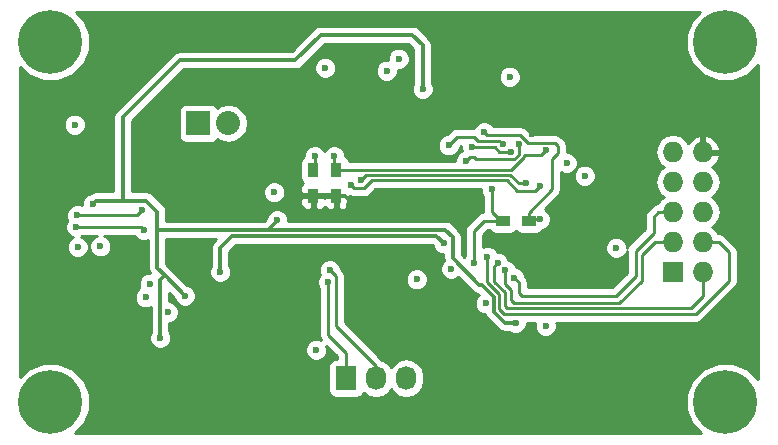
<source format=gbl>
G04 #@! TF.FileFunction,Copper,L2,Bot,Signal*
%FSLAX46Y46*%
G04 Gerber Fmt 4.6, Leading zero omitted, Abs format (unit mm)*
G04 Created by KiCad (PCBNEW 4.0.2-stable) date 7/3/2016 12:03:50 AM*
%MOMM*%
G01*
G04 APERTURE LIST*
%ADD10C,0.100000*%
%ADD11R,1.727200X1.727200*%
%ADD12O,1.727200X1.727200*%
%ADD13R,0.900000X1.200000*%
%ADD14R,1.200000X0.900000*%
%ADD15R,2.032000X2.032000*%
%ADD16O,2.032000X2.032000*%
%ADD17R,1.727200X2.032000*%
%ADD18O,1.727200X2.032000*%
%ADD19C,5.400000*%
%ADD20C,0.600000*%
%ADD21C,0.300000*%
%ADD22C,0.250000*%
%ADD23C,0.254000*%
G04 APERTURE END LIST*
D10*
D11*
X103705000Y-78000000D03*
D12*
X106245000Y-78000000D03*
X103705000Y-75460000D03*
X106245000Y-75460000D03*
X103705000Y-72920000D03*
X106245000Y-72920000D03*
X103705000Y-70380000D03*
X106245000Y-70380000D03*
X103705000Y-67840000D03*
X106245000Y-67840000D03*
D13*
X75192100Y-71526200D03*
X75192100Y-69326200D03*
X73249000Y-71526200D03*
X73249000Y-69326200D03*
D14*
X89294000Y-73652000D03*
X91494000Y-73652000D03*
D15*
X63520800Y-65409700D03*
D16*
X66060800Y-65409700D03*
D17*
X76043000Y-86987000D03*
D18*
X78583000Y-86987000D03*
X81123000Y-86987000D03*
D19*
X51000000Y-89000000D03*
X51000000Y-58520000D03*
X108150000Y-58520000D03*
X108150000Y-89000000D03*
D20*
X90394000Y-82288000D03*
X70201000Y-73590600D03*
X82520000Y-62476000D03*
X60295000Y-83558000D03*
X54580000Y-72255000D03*
X62404000Y-80002000D03*
X55219900Y-75811000D03*
X53310000Y-75876500D03*
X88362000Y-70985000D03*
X86838000Y-77208000D03*
X92934000Y-82542000D03*
X87854000Y-80637000D03*
X84933000Y-77716000D03*
X89886000Y-61460000D03*
X80488000Y-59936000D03*
X94712000Y-68755300D03*
X98903000Y-75938000D03*
X73503000Y-84574000D03*
X96236000Y-69842000D03*
X79472000Y-60952000D03*
X74265000Y-60698000D03*
X69947000Y-71239000D03*
X82012000Y-78605000D03*
X60930000Y-81399000D03*
X59406000Y-78986000D03*
X59061000Y-80129000D03*
X53056000Y-65505000D03*
X88108000Y-61587000D03*
X91791000Y-66286000D03*
X76297000Y-72382000D03*
X95220000Y-73012600D03*
X81885000Y-82796000D03*
X92426000Y-77589000D03*
X84298000Y-75557000D03*
X65375000Y-77984000D03*
X74519000Y-78859000D03*
X74646000Y-77843000D03*
X84714385Y-67261512D03*
X89315100Y-67175000D03*
X86711000Y-67419010D03*
X89965100Y-67810000D03*
X90648000Y-67175000D03*
X86203000Y-68572000D03*
X90267000Y-78478000D03*
X89505000Y-77843000D03*
X88870000Y-77208000D03*
X87981000Y-76686300D03*
X92426000Y-73525000D03*
X87727000Y-66159000D03*
X75027000Y-68191000D03*
X92934000Y-67683000D03*
X76424000Y-70604000D03*
X73376000Y-68191000D03*
X92426000Y-70731000D03*
X77313000Y-70223000D03*
X91283000Y-70477000D03*
X58771000Y-72763000D03*
X53288600Y-73165400D03*
X58898000Y-74414000D03*
X53183000Y-74160000D03*
D21*
X69439000Y-74414000D02*
X84425000Y-74414000D01*
X84425000Y-74414000D02*
X85060000Y-75049000D01*
X87288755Y-79055755D02*
X87505990Y-79055755D01*
X85060000Y-75049000D02*
X85060000Y-76827000D01*
X85060000Y-76827000D02*
X87288755Y-79055755D01*
X88521990Y-80071754D02*
X88521990Y-81341755D01*
X87505990Y-79055755D02*
X88521990Y-80071754D01*
X88521990Y-81341755D02*
X89468235Y-82288000D01*
X89468235Y-82288000D02*
X90394000Y-82288000D01*
X69439000Y-74414000D02*
X70201000Y-73652000D01*
X70201000Y-73652000D02*
X70201000Y-73590600D01*
X60041000Y-74414000D02*
X60041000Y-77639000D01*
X60041000Y-72890000D02*
X60041000Y-74414000D01*
X60041000Y-74414000D02*
X69439000Y-74414000D01*
X82520000Y-58793000D02*
X82520000Y-62476000D01*
X81631000Y-57904000D02*
X82520000Y-58793000D01*
X73884000Y-57904000D02*
X81631000Y-57904000D01*
X71740001Y-60047999D02*
X73884000Y-57904000D01*
X57120000Y-64889000D02*
X61961001Y-60047999D01*
X61961001Y-60047999D02*
X71740001Y-60047999D01*
X57120000Y-71955001D02*
X59106001Y-71955001D01*
X54879999Y-71955001D02*
X57120000Y-71955001D01*
X57120000Y-71955001D02*
X57120000Y-64889000D01*
X60041000Y-77639000D02*
X60676000Y-78274000D01*
X60676000Y-78274000D02*
X62404000Y-80002000D01*
X60295000Y-83558000D02*
X60295000Y-81726002D01*
X60295000Y-81726002D02*
X60279999Y-81711001D01*
X60279999Y-81711001D02*
X60279999Y-78670001D01*
X60279999Y-78670001D02*
X60676000Y-78274000D01*
X59106001Y-71955001D02*
X60041000Y-72890000D01*
X54580000Y-72255000D02*
X54879999Y-71955001D01*
D22*
X88362000Y-70985000D02*
X88362000Y-72870000D01*
X88362000Y-72870000D02*
X89144000Y-73652000D01*
X89144000Y-73652000D02*
X89294000Y-73652000D01*
X86838000Y-74541000D02*
X86838000Y-77208000D01*
X87727000Y-73652000D02*
X86838000Y-74541000D01*
X89294000Y-73652000D02*
X87727000Y-73652000D01*
D21*
X91791000Y-66286000D02*
X88108000Y-62603000D01*
X88108000Y-62603000D02*
X88108000Y-62349000D01*
X88108000Y-62349000D02*
X88108000Y-61587000D01*
X76297000Y-71881100D02*
X76297000Y-72382000D01*
X75192100Y-71526200D02*
X75942100Y-71526200D01*
X75942100Y-71526200D02*
X76297000Y-71881100D01*
X73249000Y-71526200D02*
X75192100Y-71526200D01*
X83655010Y-74914010D02*
X84298000Y-75557000D01*
X83282000Y-74914010D02*
X83655010Y-74914010D01*
X82131010Y-74914010D02*
X83282000Y-74914010D01*
X71224990Y-74914010D02*
X82131010Y-74914010D01*
X70963000Y-74922000D02*
X71217000Y-74922000D01*
X71217000Y-74922000D02*
X71224990Y-74914010D01*
X66383010Y-74922000D02*
X70963000Y-74922000D01*
X65375000Y-75930010D02*
X66383010Y-74922000D01*
X65375000Y-77984000D02*
X65375000Y-75930010D01*
D22*
X74519000Y-83304000D02*
X76043000Y-84828000D01*
X76043000Y-84828000D02*
X76043000Y-86987000D01*
X74519000Y-78859000D02*
X74519000Y-83304000D01*
X75144001Y-78341001D02*
X75144001Y-79367000D01*
X75144001Y-79367000D02*
X75144001Y-79484001D01*
X78583000Y-85971000D02*
X75144001Y-82532001D01*
X75144001Y-82532001D02*
X75144001Y-79367000D01*
X78583000Y-86987000D02*
X78583000Y-85971000D01*
X74646000Y-77843000D02*
X75144001Y-78341001D01*
X89315100Y-67175000D02*
X89003109Y-66863009D01*
X89003109Y-66863009D02*
X87161009Y-66863009D01*
X87161009Y-66863009D02*
X86838000Y-66540000D01*
X86838000Y-66540000D02*
X85435897Y-66540000D01*
X85435897Y-66540000D02*
X84714385Y-67261512D01*
X88606010Y-67419010D02*
X88997000Y-67810000D01*
X88997000Y-67810000D02*
X89965100Y-67810000D01*
X86711000Y-67419010D02*
X88606010Y-67419010D01*
X90648000Y-68064000D02*
X90648000Y-67175000D01*
X90276999Y-68435001D02*
X90648000Y-68064000D01*
X86883999Y-68272001D02*
X87046999Y-68435001D01*
X87046999Y-68435001D02*
X90276999Y-68435001D01*
X86203000Y-68572000D02*
X86502999Y-68272001D01*
X86502999Y-68272001D02*
X86883999Y-68272001D01*
X103705000Y-72920000D02*
X102483686Y-72920000D01*
X98903000Y-80002000D02*
X90902000Y-80002000D01*
X102483686Y-72920000D02*
X102078000Y-73325686D01*
X102078000Y-73325686D02*
X102078000Y-74668000D01*
X102078000Y-74668000D02*
X100554000Y-76192000D01*
X100554000Y-76192000D02*
X100554000Y-78351000D01*
X100554000Y-78351000D02*
X98903000Y-80002000D01*
X90902000Y-80002000D02*
X90648000Y-79748000D01*
X90648000Y-79748000D02*
X90648000Y-78859000D01*
X90648000Y-78859000D02*
X90267000Y-78478000D01*
X103705000Y-75460000D02*
X102175000Y-75460000D01*
X102175000Y-75460000D02*
X101062000Y-76573000D01*
X90013000Y-80383000D02*
X90013000Y-79494000D01*
X101062000Y-76573000D02*
X101062000Y-78732000D01*
X101062000Y-78732000D02*
X99168020Y-80625980D01*
X99168020Y-80625980D02*
X90255980Y-80625980D01*
X90255980Y-80625980D02*
X90013000Y-80383000D01*
X90013000Y-79494000D02*
X89505000Y-78986000D01*
X89505000Y-78986000D02*
X89505000Y-77843000D01*
X106245000Y-80026000D02*
X106245000Y-78000000D01*
X88870000Y-77208000D02*
X88570001Y-77507999D01*
X88570001Y-77507999D02*
X88570001Y-78811591D01*
X88570001Y-78811591D02*
X89447010Y-79688600D01*
X89447010Y-79688600D02*
X89447010Y-80833010D01*
X89447010Y-80833010D02*
X89689990Y-81075990D01*
X89689990Y-81075990D02*
X105195010Y-81075990D01*
X105195010Y-81075990D02*
X106245000Y-80026000D01*
X107569000Y-75460000D02*
X106245000Y-75460000D01*
X108428000Y-78732000D02*
X108428000Y-76319000D01*
X108428000Y-76319000D02*
X107569000Y-75460000D01*
X105634000Y-81526000D02*
X108428000Y-78732000D01*
X87981000Y-76686300D02*
X87981000Y-78859000D01*
X87981000Y-78859000D02*
X88997000Y-79875000D01*
X88997000Y-79875000D02*
X88997000Y-81145000D01*
X88997000Y-81145000D02*
X89378000Y-81526000D01*
X89378000Y-81526000D02*
X105634000Y-81526000D01*
X92426000Y-73525000D02*
X91621000Y-73525000D01*
X91621000Y-73525000D02*
X91494000Y-73652000D01*
X87727000Y-66159000D02*
X87981000Y-66413000D01*
X87981000Y-66413000D02*
X90775000Y-66413000D01*
X90775000Y-66413000D02*
X91419999Y-67057999D01*
X91419999Y-67057999D02*
X93705999Y-67057999D01*
X93705999Y-67057999D02*
X93950000Y-67302000D01*
X93950000Y-67302000D02*
X93950000Y-67937000D01*
X93950000Y-67937000D02*
X93442000Y-68445000D01*
X93442000Y-68445000D02*
X93442000Y-71004000D01*
X93442000Y-71004000D02*
X91494000Y-72952000D01*
X91494000Y-72952000D02*
X91494000Y-73652000D01*
X75192100Y-69326200D02*
X90022210Y-69326200D01*
X90022210Y-69326200D02*
X91098009Y-68250401D01*
X91098009Y-68250401D02*
X91098009Y-68121991D01*
X91098009Y-68121991D02*
X92495009Y-68121991D01*
X92495009Y-68121991D02*
X92934000Y-67683000D01*
X75027000Y-68191000D02*
X75027000Y-69161100D01*
X75027000Y-69161100D02*
X75192100Y-69326200D01*
X76424000Y-70604000D02*
X76723999Y-70903999D01*
X76723999Y-70903999D02*
X77521001Y-70903999D01*
X77521001Y-70903999D02*
X78198780Y-70226220D01*
X78198780Y-70226220D02*
X89635220Y-70226220D01*
X89635220Y-70226220D02*
X90511001Y-71102001D01*
X90511001Y-71102001D02*
X92054999Y-71102001D01*
X92054999Y-71102001D02*
X92426000Y-70731000D01*
X73376000Y-68191000D02*
X73376000Y-69199200D01*
X73376000Y-69199200D02*
X73249000Y-69326200D01*
X77313000Y-70223000D02*
X77759790Y-69776210D01*
X77759790Y-69776210D02*
X89947210Y-69776210D01*
X89947210Y-69776210D02*
X90648000Y-70477000D01*
X90648000Y-70477000D02*
X91283000Y-70477000D01*
X58368600Y-73165400D02*
X58771000Y-72763000D01*
X53288600Y-73165400D02*
X58368600Y-73165400D01*
X58644000Y-74160000D02*
X58898000Y-74414000D01*
X53183000Y-74160000D02*
X58644000Y-74160000D01*
D23*
G36*
X105324373Y-56628407D02*
X104815580Y-57853717D01*
X104814422Y-59180462D01*
X105321076Y-60406658D01*
X106258407Y-61345627D01*
X107483717Y-61854420D01*
X108810462Y-61855578D01*
X110036658Y-61348924D01*
X110893000Y-60494076D01*
X110893000Y-87027268D01*
X110041593Y-86174373D01*
X108816283Y-85665580D01*
X107489538Y-85664422D01*
X106263342Y-86171076D01*
X105324373Y-87108407D01*
X104815580Y-88333717D01*
X104814422Y-89660462D01*
X105321076Y-90886658D01*
X106044154Y-91611000D01*
X53104963Y-91611000D01*
X53825627Y-90891593D01*
X54334420Y-89666283D01*
X54335578Y-88339538D01*
X53828924Y-87113342D01*
X52891593Y-86174373D01*
X51666283Y-85665580D01*
X50339538Y-85664422D01*
X49113342Y-86171076D01*
X48432000Y-86851229D01*
X48432000Y-84759167D01*
X72567838Y-84759167D01*
X72709883Y-85102943D01*
X72972673Y-85366192D01*
X73316201Y-85508838D01*
X73688167Y-85509162D01*
X74031943Y-85367117D01*
X74295192Y-85104327D01*
X74437838Y-84760799D01*
X74438162Y-84388833D01*
X74374178Y-84233980D01*
X75283000Y-85142802D01*
X75283000Y-85323560D01*
X75179400Y-85323560D01*
X74944083Y-85367838D01*
X74727959Y-85506910D01*
X74582969Y-85719110D01*
X74531960Y-85971000D01*
X74531960Y-88003000D01*
X74576238Y-88238317D01*
X74715310Y-88454441D01*
X74927510Y-88599431D01*
X75179400Y-88650440D01*
X76906600Y-88650440D01*
X77141917Y-88606162D01*
X77358041Y-88467090D01*
X77503031Y-88254890D01*
X77511400Y-88213561D01*
X77523330Y-88231415D01*
X78009511Y-88556271D01*
X78583000Y-88670345D01*
X79156489Y-88556271D01*
X79642670Y-88231415D01*
X79853000Y-87916634D01*
X80063330Y-88231415D01*
X80549511Y-88556271D01*
X81123000Y-88670345D01*
X81696489Y-88556271D01*
X82182670Y-88231415D01*
X82507526Y-87745234D01*
X82621600Y-87171745D01*
X82621600Y-86802255D01*
X82507526Y-86228766D01*
X82182670Y-85742585D01*
X81696489Y-85417729D01*
X81123000Y-85303655D01*
X80549511Y-85417729D01*
X80063330Y-85742585D01*
X79853000Y-86057366D01*
X79642670Y-85742585D01*
X79156489Y-85417729D01*
X79091630Y-85404828D01*
X75904001Y-82217199D01*
X75904001Y-78790167D01*
X81076838Y-78790167D01*
X81218883Y-79133943D01*
X81481673Y-79397192D01*
X81825201Y-79539838D01*
X82197167Y-79540162D01*
X82540943Y-79398117D01*
X82804192Y-79135327D01*
X82946838Y-78791799D01*
X82947162Y-78419833D01*
X82805117Y-78076057D01*
X82542327Y-77812808D01*
X82198799Y-77670162D01*
X81826833Y-77669838D01*
X81483057Y-77811883D01*
X81219808Y-78074673D01*
X81077162Y-78418201D01*
X81076838Y-78790167D01*
X75904001Y-78790167D01*
X75904001Y-78341001D01*
X75846149Y-78050162D01*
X75681402Y-77803600D01*
X75581122Y-77703320D01*
X75581162Y-77657833D01*
X75439117Y-77314057D01*
X75176327Y-77050808D01*
X74832799Y-76908162D01*
X74460833Y-76907838D01*
X74117057Y-77049883D01*
X73853808Y-77312673D01*
X73711162Y-77656201D01*
X73710838Y-78028167D01*
X73803409Y-78252206D01*
X73726808Y-78328673D01*
X73584162Y-78672201D01*
X73583838Y-79044167D01*
X73725883Y-79387943D01*
X73759000Y-79421118D01*
X73759000Y-83304000D01*
X73816852Y-83594839D01*
X73906627Y-83729197D01*
X73689799Y-83639162D01*
X73317833Y-83638838D01*
X72974057Y-83780883D01*
X72710808Y-84043673D01*
X72568162Y-84387201D01*
X72567838Y-84759167D01*
X48432000Y-84759167D01*
X48432000Y-74345167D01*
X52247838Y-74345167D01*
X52389883Y-74688943D01*
X52652673Y-74952192D01*
X52875068Y-75044539D01*
X52781057Y-75083383D01*
X52517808Y-75346173D01*
X52375162Y-75689701D01*
X52374838Y-76061667D01*
X52516883Y-76405443D01*
X52779673Y-76668692D01*
X53123201Y-76811338D01*
X53495167Y-76811662D01*
X53838943Y-76669617D01*
X54102192Y-76406827D01*
X54244838Y-76063299D01*
X54245162Y-75691333D01*
X54103117Y-75347557D01*
X53840327Y-75084308D01*
X53617932Y-74991961D01*
X53711943Y-74953117D01*
X53745118Y-74920000D01*
X54927853Y-74920000D01*
X54690957Y-75017883D01*
X54427708Y-75280673D01*
X54285062Y-75624201D01*
X54284738Y-75996167D01*
X54426783Y-76339943D01*
X54689573Y-76603192D01*
X55033101Y-76745838D01*
X55405067Y-76746162D01*
X55748843Y-76604117D01*
X56012092Y-76341327D01*
X56154738Y-75997799D01*
X56155062Y-75625833D01*
X56013017Y-75282057D01*
X55750227Y-75018808D01*
X55512272Y-74920000D01*
X58095403Y-74920000D01*
X58104883Y-74942943D01*
X58367673Y-75206192D01*
X58711201Y-75348838D01*
X59083167Y-75349162D01*
X59256000Y-75277749D01*
X59256000Y-77639000D01*
X59315755Y-77939407D01*
X59390309Y-78050986D01*
X59220833Y-78050838D01*
X58877057Y-78192883D01*
X58613808Y-78455673D01*
X58471162Y-78799201D01*
X58470838Y-79171167D01*
X58537900Y-79333469D01*
X58532057Y-79335883D01*
X58268808Y-79598673D01*
X58126162Y-79942201D01*
X58125838Y-80314167D01*
X58267883Y-80657943D01*
X58530673Y-80921192D01*
X58874201Y-81063838D01*
X59246167Y-81064162D01*
X59494999Y-80961347D01*
X59494999Y-81711001D01*
X59510000Y-81786416D01*
X59510000Y-83020494D01*
X59502808Y-83027673D01*
X59360162Y-83371201D01*
X59359838Y-83743167D01*
X59501883Y-84086943D01*
X59764673Y-84350192D01*
X60108201Y-84492838D01*
X60480167Y-84493162D01*
X60823943Y-84351117D01*
X61087192Y-84088327D01*
X61229838Y-83744799D01*
X61230162Y-83372833D01*
X61088117Y-83029057D01*
X61080000Y-83020926D01*
X61080000Y-82334131D01*
X61115167Y-82334162D01*
X61458943Y-82192117D01*
X61722192Y-81929327D01*
X61864838Y-81585799D01*
X61865162Y-81213833D01*
X61723117Y-80870057D01*
X61460327Y-80606808D01*
X61116799Y-80464162D01*
X61064999Y-80464117D01*
X61064999Y-79773157D01*
X61468847Y-80177005D01*
X61468838Y-80187167D01*
X61610883Y-80530943D01*
X61873673Y-80794192D01*
X62217201Y-80936838D01*
X62589167Y-80937162D01*
X62932943Y-80795117D01*
X63196192Y-80532327D01*
X63338838Y-80188799D01*
X63339162Y-79816833D01*
X63197117Y-79473057D01*
X62934327Y-79209808D01*
X62590799Y-79067162D01*
X62579310Y-79067152D01*
X60826000Y-77313842D01*
X60826000Y-75199000D01*
X64995852Y-75199000D01*
X64819921Y-75374931D01*
X64649755Y-75629603D01*
X64604442Y-75857406D01*
X64590000Y-75930010D01*
X64590000Y-77446494D01*
X64582808Y-77453673D01*
X64440162Y-77797201D01*
X64439838Y-78169167D01*
X64581883Y-78512943D01*
X64844673Y-78776192D01*
X65188201Y-78918838D01*
X65560167Y-78919162D01*
X65903943Y-78777117D01*
X66167192Y-78514327D01*
X66309838Y-78170799D01*
X66310162Y-77798833D01*
X66168117Y-77455057D01*
X66160000Y-77446926D01*
X66160000Y-76255168D01*
X66708168Y-75707000D01*
X71217000Y-75707000D01*
X71257168Y-75699010D01*
X83329852Y-75699010D01*
X83362847Y-75732005D01*
X83362838Y-75742167D01*
X83504883Y-76085943D01*
X83767673Y-76349192D01*
X84111201Y-76491838D01*
X84275000Y-76491981D01*
X84275000Y-76827000D01*
X84312294Y-77014486D01*
X84140808Y-77185673D01*
X83998162Y-77529201D01*
X83997838Y-77901167D01*
X84139883Y-78244943D01*
X84402673Y-78508192D01*
X84746201Y-78650838D01*
X85118167Y-78651162D01*
X85461943Y-78509117D01*
X85547025Y-78424183D01*
X86733676Y-79610834D01*
X86988349Y-79781000D01*
X87154035Y-79813958D01*
X87254447Y-79914370D01*
X87061808Y-80106673D01*
X86919162Y-80450201D01*
X86918838Y-80822167D01*
X87060883Y-81165943D01*
X87323673Y-81429192D01*
X87667201Y-81571838D01*
X87782777Y-81571939D01*
X87796745Y-81642162D01*
X87966911Y-81896834D01*
X88913154Y-82843076D01*
X88913156Y-82843079D01*
X89167703Y-83013161D01*
X89167829Y-83013245D01*
X89468235Y-83073001D01*
X89468240Y-83073000D01*
X89856494Y-83073000D01*
X89863673Y-83080192D01*
X90207201Y-83222838D01*
X90579167Y-83223162D01*
X90922943Y-83081117D01*
X91186192Y-82818327D01*
X91328838Y-82474799D01*
X91329002Y-82286000D01*
X92027897Y-82286000D01*
X91999162Y-82355201D01*
X91998838Y-82727167D01*
X92140883Y-83070943D01*
X92403673Y-83334192D01*
X92747201Y-83476838D01*
X93119167Y-83477162D01*
X93462943Y-83335117D01*
X93726192Y-83072327D01*
X93868838Y-82728799D01*
X93869162Y-82356833D01*
X93839894Y-82286000D01*
X105634000Y-82286000D01*
X105924839Y-82228148D01*
X106171401Y-82063401D01*
X108965401Y-79269401D01*
X109130148Y-79022839D01*
X109188000Y-78732000D01*
X109188000Y-76319000D01*
X109139746Y-76076414D01*
X109130148Y-76028160D01*
X108965401Y-75781599D01*
X108106401Y-74922599D01*
X107859839Y-74757852D01*
X107569000Y-74700000D01*
X107524520Y-74700000D01*
X107304670Y-74370971D01*
X107033828Y-74190000D01*
X107304670Y-74009029D01*
X107629526Y-73522848D01*
X107743600Y-72949359D01*
X107743600Y-72890641D01*
X107629526Y-72317152D01*
X107304670Y-71830971D01*
X107033828Y-71650000D01*
X107304670Y-71469029D01*
X107629526Y-70982848D01*
X107743600Y-70409359D01*
X107743600Y-70350641D01*
X107629526Y-69777152D01*
X107304670Y-69290971D01*
X107033839Y-69110008D01*
X107451821Y-68728490D01*
X107699968Y-68199027D01*
X107579469Y-67967000D01*
X106372000Y-67967000D01*
X106372000Y-67987000D01*
X106118000Y-67987000D01*
X106118000Y-67967000D01*
X106098000Y-67967000D01*
X106098000Y-67713000D01*
X106118000Y-67713000D01*
X106118000Y-66506183D01*
X106372000Y-66506183D01*
X106372000Y-67713000D01*
X107579469Y-67713000D01*
X107699968Y-67480973D01*
X107451821Y-66951510D01*
X107019947Y-66557312D01*
X106604026Y-66385042D01*
X106372000Y-66506183D01*
X106118000Y-66506183D01*
X105885974Y-66385042D01*
X105470053Y-66557312D01*
X105038179Y-66951510D01*
X104980664Y-67074228D01*
X104764670Y-66750971D01*
X104278489Y-66426115D01*
X103705000Y-66312041D01*
X103131511Y-66426115D01*
X102645330Y-66750971D01*
X102320474Y-67237152D01*
X102206400Y-67810641D01*
X102206400Y-67869359D01*
X102320474Y-68442848D01*
X102645330Y-68929029D01*
X102916172Y-69110000D01*
X102645330Y-69290971D01*
X102320474Y-69777152D01*
X102206400Y-70350641D01*
X102206400Y-70409359D01*
X102320474Y-70982848D01*
X102645330Y-71469029D01*
X102916172Y-71650000D01*
X102645330Y-71830971D01*
X102416558Y-72173353D01*
X102192847Y-72217852D01*
X101946285Y-72382599D01*
X101540599Y-72788285D01*
X101375852Y-73034847D01*
X101318000Y-73325686D01*
X101318000Y-74353198D01*
X100016599Y-75654599D01*
X99851852Y-75901161D01*
X99837972Y-75970940D01*
X99838162Y-75752833D01*
X99696117Y-75409057D01*
X99433327Y-75145808D01*
X99089799Y-75003162D01*
X98717833Y-75002838D01*
X98374057Y-75144883D01*
X98110808Y-75407673D01*
X97968162Y-75751201D01*
X97967838Y-76123167D01*
X98109883Y-76466943D01*
X98372673Y-76730192D01*
X98716201Y-76872838D01*
X99088167Y-76873162D01*
X99431943Y-76731117D01*
X99695192Y-76468327D01*
X99794000Y-76230372D01*
X99794000Y-78036198D01*
X98588198Y-79242000D01*
X91408000Y-79242000D01*
X91408000Y-78859000D01*
X91370843Y-78672201D01*
X91350148Y-78568160D01*
X91202115Y-78346613D01*
X91202162Y-78292833D01*
X91060117Y-77949057D01*
X90797327Y-77685808D01*
X90453799Y-77543162D01*
X90392759Y-77543109D01*
X90298117Y-77314057D01*
X90035327Y-77050808D01*
X89771446Y-76941235D01*
X89663117Y-76679057D01*
X89400327Y-76415808D01*
X89056799Y-76273162D01*
X88821882Y-76272957D01*
X88774117Y-76157357D01*
X88511327Y-75894108D01*
X88167799Y-75751462D01*
X87795833Y-75751138D01*
X87598000Y-75832881D01*
X87598000Y-74855802D01*
X88041802Y-74412000D01*
X88138895Y-74412000D01*
X88229910Y-74553441D01*
X88442110Y-74698431D01*
X88694000Y-74749440D01*
X89894000Y-74749440D01*
X90129317Y-74705162D01*
X90345441Y-74566090D01*
X90393134Y-74496289D01*
X90429910Y-74553441D01*
X90642110Y-74698431D01*
X90894000Y-74749440D01*
X92094000Y-74749440D01*
X92329317Y-74705162D01*
X92545441Y-74566090D01*
X92620435Y-74456333D01*
X92954943Y-74318117D01*
X93218192Y-74055327D01*
X93360838Y-73711799D01*
X93361162Y-73339833D01*
X93219117Y-72996057D01*
X92956327Y-72732808D01*
X92837384Y-72683418D01*
X93979401Y-71541401D01*
X94144148Y-71294839D01*
X94202000Y-71004000D01*
X94202000Y-69555933D01*
X94525201Y-69690138D01*
X94897167Y-69690462D01*
X95240943Y-69548417D01*
X95419529Y-69370142D01*
X95301162Y-69655201D01*
X95300838Y-70027167D01*
X95442883Y-70370943D01*
X95705673Y-70634192D01*
X96049201Y-70776838D01*
X96421167Y-70777162D01*
X96764943Y-70635117D01*
X97028192Y-70372327D01*
X97170838Y-70028799D01*
X97171162Y-69656833D01*
X97029117Y-69313057D01*
X96766327Y-69049808D01*
X96422799Y-68907162D01*
X96050833Y-68906838D01*
X95707057Y-69048883D01*
X95528471Y-69227158D01*
X95646838Y-68942099D01*
X95647162Y-68570133D01*
X95505117Y-68226357D01*
X95242327Y-67963108D01*
X94898799Y-67820462D01*
X94710000Y-67820298D01*
X94710000Y-67302000D01*
X94652148Y-67011161D01*
X94487401Y-66764599D01*
X94243400Y-66520598D01*
X93996838Y-66355851D01*
X93705999Y-66297999D01*
X91734801Y-66297999D01*
X91312401Y-65875599D01*
X91065839Y-65710852D01*
X90775000Y-65653000D01*
X88529597Y-65653000D01*
X88520117Y-65630057D01*
X88257327Y-65366808D01*
X87913799Y-65224162D01*
X87541833Y-65223838D01*
X87198057Y-65365883D01*
X86934808Y-65628673D01*
X86869379Y-65786242D01*
X86838000Y-65780000D01*
X85435897Y-65780000D01*
X85145058Y-65837852D01*
X84898496Y-66002599D01*
X84574705Y-66326390D01*
X84529218Y-66326350D01*
X84185442Y-66468395D01*
X83922193Y-66731185D01*
X83779547Y-67074713D01*
X83779223Y-67446679D01*
X83921268Y-67790455D01*
X84184058Y-68053704D01*
X84527586Y-68196350D01*
X84899552Y-68196674D01*
X85243328Y-68054629D01*
X85506577Y-67791839D01*
X85649223Y-67448311D01*
X85649264Y-67401435D01*
X85750699Y-67300000D01*
X85776103Y-67300000D01*
X85775838Y-67604177D01*
X85822655Y-67717484D01*
X85674057Y-67778883D01*
X85410808Y-68041673D01*
X85268162Y-68385201D01*
X85268004Y-68566200D01*
X76259434Y-68566200D01*
X76245262Y-68490883D01*
X76106190Y-68274759D01*
X75962014Y-68176247D01*
X75962162Y-68005833D01*
X75820117Y-67662057D01*
X75557327Y-67398808D01*
X75213799Y-67256162D01*
X74841833Y-67255838D01*
X74498057Y-67397883D01*
X74234808Y-67660673D01*
X74201595Y-67740659D01*
X74169117Y-67662057D01*
X73906327Y-67398808D01*
X73562799Y-67256162D01*
X73190833Y-67255838D01*
X72847057Y-67397883D01*
X72583808Y-67660673D01*
X72441162Y-68004201D01*
X72440990Y-68201989D01*
X72347559Y-68262110D01*
X72202569Y-68474310D01*
X72151560Y-68726200D01*
X72151560Y-69926200D01*
X72195838Y-70161517D01*
X72334910Y-70377641D01*
X72403006Y-70424169D01*
X72260673Y-70566502D01*
X72164000Y-70799891D01*
X72164000Y-71240450D01*
X72322750Y-71399200D01*
X73122000Y-71399200D01*
X73122000Y-71379200D01*
X73376000Y-71379200D01*
X73376000Y-71399200D01*
X74175250Y-71399200D01*
X74220550Y-71353900D01*
X74265850Y-71399200D01*
X75065100Y-71399200D01*
X75065100Y-71379200D01*
X75319100Y-71379200D01*
X75319100Y-71399200D01*
X75339100Y-71399200D01*
X75339100Y-71653200D01*
X75319100Y-71653200D01*
X75319100Y-72602450D01*
X75477850Y-72761200D01*
X75768410Y-72761200D01*
X76001799Y-72664527D01*
X76180427Y-72485898D01*
X76277100Y-72252509D01*
X76277100Y-71811950D01*
X76118352Y-71653202D01*
X76277100Y-71653202D01*
X76277100Y-71538873D01*
X76332549Y-71538921D01*
X76433160Y-71606147D01*
X76723999Y-71663999D01*
X77521001Y-71663999D01*
X77811840Y-71606147D01*
X78058402Y-71441400D01*
X78513582Y-70986220D01*
X87426998Y-70986220D01*
X87426838Y-71170167D01*
X87568883Y-71513943D01*
X87602000Y-71547118D01*
X87602000Y-72870000D01*
X87610967Y-72915081D01*
X87436161Y-72949852D01*
X87189599Y-73114599D01*
X86300599Y-74003599D01*
X86135852Y-74250161D01*
X86078000Y-74541000D01*
X86078000Y-76645537D01*
X86045808Y-76677673D01*
X86038480Y-76695322D01*
X85845000Y-76501842D01*
X85845000Y-75049005D01*
X85845001Y-75049000D01*
X85785245Y-74748594D01*
X85615079Y-74493921D01*
X84980079Y-73858921D01*
X84725407Y-73688755D01*
X84425000Y-73629000D01*
X71135967Y-73629000D01*
X71136162Y-73405433D01*
X70994117Y-73061657D01*
X70731327Y-72798408D01*
X70387799Y-72655762D01*
X70015833Y-72655438D01*
X69672057Y-72797483D01*
X69408808Y-73060273D01*
X69266162Y-73403801D01*
X69266098Y-73476744D01*
X69113842Y-73629000D01*
X60826000Y-73629000D01*
X60826000Y-72890000D01*
X60807597Y-72797483D01*
X60766245Y-72589593D01*
X60596079Y-72334921D01*
X59685325Y-71424167D01*
X69011838Y-71424167D01*
X69153883Y-71767943D01*
X69416673Y-72031192D01*
X69760201Y-72173838D01*
X70132167Y-72174162D01*
X70475943Y-72032117D01*
X70696494Y-71811950D01*
X72164000Y-71811950D01*
X72164000Y-72252509D01*
X72260673Y-72485898D01*
X72439301Y-72664527D01*
X72672690Y-72761200D01*
X72963250Y-72761200D01*
X73122000Y-72602450D01*
X73122000Y-71653200D01*
X73376000Y-71653200D01*
X73376000Y-72602450D01*
X73534750Y-72761200D01*
X73825310Y-72761200D01*
X74058699Y-72664527D01*
X74220550Y-72502675D01*
X74382401Y-72664527D01*
X74615790Y-72761200D01*
X74906350Y-72761200D01*
X75065100Y-72602450D01*
X75065100Y-71653200D01*
X74265850Y-71653200D01*
X74220550Y-71698500D01*
X74175250Y-71653200D01*
X73376000Y-71653200D01*
X73122000Y-71653200D01*
X72322750Y-71653200D01*
X72164000Y-71811950D01*
X70696494Y-71811950D01*
X70739192Y-71769327D01*
X70881838Y-71425799D01*
X70882162Y-71053833D01*
X70740117Y-70710057D01*
X70477327Y-70446808D01*
X70133799Y-70304162D01*
X69761833Y-70303838D01*
X69418057Y-70445883D01*
X69154808Y-70708673D01*
X69012162Y-71052201D01*
X69011838Y-71424167D01*
X59685325Y-71424167D01*
X59661080Y-71399922D01*
X59406408Y-71229756D01*
X59106001Y-71170001D01*
X57905000Y-71170001D01*
X57905000Y-65214158D01*
X58725458Y-64393700D01*
X61857360Y-64393700D01*
X61857360Y-66425700D01*
X61901638Y-66661017D01*
X62040710Y-66877141D01*
X62252910Y-67022131D01*
X62504800Y-67073140D01*
X64536800Y-67073140D01*
X64772117Y-67028862D01*
X64988241Y-66889790D01*
X65095033Y-66733494D01*
X65396645Y-66935025D01*
X66028455Y-67060700D01*
X66093145Y-67060700D01*
X66724955Y-66935025D01*
X67260578Y-66577133D01*
X67618470Y-66041510D01*
X67744145Y-65409700D01*
X67618470Y-64777890D01*
X67260578Y-64242267D01*
X66724955Y-63884375D01*
X66093145Y-63758700D01*
X66028455Y-63758700D01*
X65396645Y-63884375D01*
X65093838Y-64086704D01*
X65000890Y-63942259D01*
X64788690Y-63797269D01*
X64536800Y-63746260D01*
X62504800Y-63746260D01*
X62269483Y-63790538D01*
X62053359Y-63929610D01*
X61908369Y-64141810D01*
X61857360Y-64393700D01*
X58725458Y-64393700D01*
X62235991Y-60883167D01*
X73329838Y-60883167D01*
X73471883Y-61226943D01*
X73734673Y-61490192D01*
X74078201Y-61632838D01*
X74450167Y-61633162D01*
X74793943Y-61491117D01*
X75057192Y-61228327D01*
X75095045Y-61137167D01*
X78536838Y-61137167D01*
X78678883Y-61480943D01*
X78941673Y-61744192D01*
X79285201Y-61886838D01*
X79657167Y-61887162D01*
X80000943Y-61745117D01*
X80264192Y-61482327D01*
X80406838Y-61138799D01*
X80407071Y-60870930D01*
X80673167Y-60871162D01*
X81016943Y-60729117D01*
X81280192Y-60466327D01*
X81422838Y-60122799D01*
X81423162Y-59750833D01*
X81281117Y-59407057D01*
X81018327Y-59143808D01*
X80674799Y-59001162D01*
X80302833Y-59000838D01*
X79959057Y-59142883D01*
X79695808Y-59405673D01*
X79553162Y-59749201D01*
X79552929Y-60017070D01*
X79286833Y-60016838D01*
X78943057Y-60158883D01*
X78679808Y-60421673D01*
X78537162Y-60765201D01*
X78536838Y-61137167D01*
X75095045Y-61137167D01*
X75199838Y-60884799D01*
X75200162Y-60512833D01*
X75058117Y-60169057D01*
X74795327Y-59905808D01*
X74451799Y-59763162D01*
X74079833Y-59762838D01*
X73736057Y-59904883D01*
X73472808Y-60167673D01*
X73330162Y-60511201D01*
X73329838Y-60883167D01*
X62235991Y-60883167D01*
X62286159Y-60832999D01*
X71740001Y-60832999D01*
X72040408Y-60773244D01*
X72295080Y-60603078D01*
X74209157Y-58689000D01*
X81305842Y-58689000D01*
X81735000Y-59118158D01*
X81735000Y-61938494D01*
X81727808Y-61945673D01*
X81585162Y-62289201D01*
X81584838Y-62661167D01*
X81726883Y-63004943D01*
X81989673Y-63268192D01*
X82333201Y-63410838D01*
X82705167Y-63411162D01*
X83048943Y-63269117D01*
X83312192Y-63006327D01*
X83454838Y-62662799D01*
X83455162Y-62290833D01*
X83313117Y-61947057D01*
X83305000Y-61938926D01*
X83305000Y-61645167D01*
X88950838Y-61645167D01*
X89092883Y-61988943D01*
X89355673Y-62252192D01*
X89699201Y-62394838D01*
X90071167Y-62395162D01*
X90414943Y-62253117D01*
X90678192Y-61990327D01*
X90820838Y-61646799D01*
X90821162Y-61274833D01*
X90679117Y-60931057D01*
X90416327Y-60667808D01*
X90072799Y-60525162D01*
X89700833Y-60524838D01*
X89357057Y-60666883D01*
X89093808Y-60929673D01*
X88951162Y-61273201D01*
X88950838Y-61645167D01*
X83305000Y-61645167D01*
X83305000Y-58793000D01*
X83245245Y-58492594D01*
X83075079Y-58237921D01*
X82186079Y-57348921D01*
X81931407Y-57178755D01*
X81631000Y-57119000D01*
X73884000Y-57119000D01*
X73583594Y-57178755D01*
X73328921Y-57348921D01*
X73328919Y-57348924D01*
X71414843Y-59262999D01*
X61961001Y-59262999D01*
X61660594Y-59322754D01*
X61405922Y-59492920D01*
X56564921Y-64333921D01*
X56394755Y-64588593D01*
X56394755Y-64588594D01*
X56335000Y-64889000D01*
X56335000Y-71170001D01*
X54879999Y-71170001D01*
X54579593Y-71229756D01*
X54444710Y-71319881D01*
X54394833Y-71319838D01*
X54051057Y-71461883D01*
X53787808Y-71724673D01*
X53645162Y-72068201D01*
X53644959Y-72300970D01*
X53475399Y-72230562D01*
X53103433Y-72230238D01*
X52759657Y-72372283D01*
X52496408Y-72635073D01*
X52353762Y-72978601D01*
X52353438Y-73350567D01*
X52445998Y-73574579D01*
X52390808Y-73629673D01*
X52248162Y-73973201D01*
X52247838Y-74345167D01*
X48432000Y-74345167D01*
X48432000Y-65690167D01*
X52120838Y-65690167D01*
X52262883Y-66033943D01*
X52525673Y-66297192D01*
X52869201Y-66439838D01*
X53241167Y-66440162D01*
X53584943Y-66298117D01*
X53848192Y-66035327D01*
X53990838Y-65691799D01*
X53991162Y-65319833D01*
X53849117Y-64976057D01*
X53586327Y-64712808D01*
X53242799Y-64570162D01*
X52870833Y-64569838D01*
X52527057Y-64711883D01*
X52263808Y-64974673D01*
X52121162Y-65318201D01*
X52120838Y-65690167D01*
X48432000Y-65690167D01*
X48432000Y-60668038D01*
X49108407Y-61345627D01*
X50333717Y-61854420D01*
X51660462Y-61855578D01*
X52886658Y-61348924D01*
X53825627Y-60411593D01*
X54334420Y-59186283D01*
X54335578Y-57859538D01*
X53828924Y-56633342D01*
X53143779Y-55947000D01*
X106006971Y-55947000D01*
X105324373Y-56628407D01*
X105324373Y-56628407D01*
G37*
X105324373Y-56628407D02*
X104815580Y-57853717D01*
X104814422Y-59180462D01*
X105321076Y-60406658D01*
X106258407Y-61345627D01*
X107483717Y-61854420D01*
X108810462Y-61855578D01*
X110036658Y-61348924D01*
X110893000Y-60494076D01*
X110893000Y-87027268D01*
X110041593Y-86174373D01*
X108816283Y-85665580D01*
X107489538Y-85664422D01*
X106263342Y-86171076D01*
X105324373Y-87108407D01*
X104815580Y-88333717D01*
X104814422Y-89660462D01*
X105321076Y-90886658D01*
X106044154Y-91611000D01*
X53104963Y-91611000D01*
X53825627Y-90891593D01*
X54334420Y-89666283D01*
X54335578Y-88339538D01*
X53828924Y-87113342D01*
X52891593Y-86174373D01*
X51666283Y-85665580D01*
X50339538Y-85664422D01*
X49113342Y-86171076D01*
X48432000Y-86851229D01*
X48432000Y-84759167D01*
X72567838Y-84759167D01*
X72709883Y-85102943D01*
X72972673Y-85366192D01*
X73316201Y-85508838D01*
X73688167Y-85509162D01*
X74031943Y-85367117D01*
X74295192Y-85104327D01*
X74437838Y-84760799D01*
X74438162Y-84388833D01*
X74374178Y-84233980D01*
X75283000Y-85142802D01*
X75283000Y-85323560D01*
X75179400Y-85323560D01*
X74944083Y-85367838D01*
X74727959Y-85506910D01*
X74582969Y-85719110D01*
X74531960Y-85971000D01*
X74531960Y-88003000D01*
X74576238Y-88238317D01*
X74715310Y-88454441D01*
X74927510Y-88599431D01*
X75179400Y-88650440D01*
X76906600Y-88650440D01*
X77141917Y-88606162D01*
X77358041Y-88467090D01*
X77503031Y-88254890D01*
X77511400Y-88213561D01*
X77523330Y-88231415D01*
X78009511Y-88556271D01*
X78583000Y-88670345D01*
X79156489Y-88556271D01*
X79642670Y-88231415D01*
X79853000Y-87916634D01*
X80063330Y-88231415D01*
X80549511Y-88556271D01*
X81123000Y-88670345D01*
X81696489Y-88556271D01*
X82182670Y-88231415D01*
X82507526Y-87745234D01*
X82621600Y-87171745D01*
X82621600Y-86802255D01*
X82507526Y-86228766D01*
X82182670Y-85742585D01*
X81696489Y-85417729D01*
X81123000Y-85303655D01*
X80549511Y-85417729D01*
X80063330Y-85742585D01*
X79853000Y-86057366D01*
X79642670Y-85742585D01*
X79156489Y-85417729D01*
X79091630Y-85404828D01*
X75904001Y-82217199D01*
X75904001Y-78790167D01*
X81076838Y-78790167D01*
X81218883Y-79133943D01*
X81481673Y-79397192D01*
X81825201Y-79539838D01*
X82197167Y-79540162D01*
X82540943Y-79398117D01*
X82804192Y-79135327D01*
X82946838Y-78791799D01*
X82947162Y-78419833D01*
X82805117Y-78076057D01*
X82542327Y-77812808D01*
X82198799Y-77670162D01*
X81826833Y-77669838D01*
X81483057Y-77811883D01*
X81219808Y-78074673D01*
X81077162Y-78418201D01*
X81076838Y-78790167D01*
X75904001Y-78790167D01*
X75904001Y-78341001D01*
X75846149Y-78050162D01*
X75681402Y-77803600D01*
X75581122Y-77703320D01*
X75581162Y-77657833D01*
X75439117Y-77314057D01*
X75176327Y-77050808D01*
X74832799Y-76908162D01*
X74460833Y-76907838D01*
X74117057Y-77049883D01*
X73853808Y-77312673D01*
X73711162Y-77656201D01*
X73710838Y-78028167D01*
X73803409Y-78252206D01*
X73726808Y-78328673D01*
X73584162Y-78672201D01*
X73583838Y-79044167D01*
X73725883Y-79387943D01*
X73759000Y-79421118D01*
X73759000Y-83304000D01*
X73816852Y-83594839D01*
X73906627Y-83729197D01*
X73689799Y-83639162D01*
X73317833Y-83638838D01*
X72974057Y-83780883D01*
X72710808Y-84043673D01*
X72568162Y-84387201D01*
X72567838Y-84759167D01*
X48432000Y-84759167D01*
X48432000Y-74345167D01*
X52247838Y-74345167D01*
X52389883Y-74688943D01*
X52652673Y-74952192D01*
X52875068Y-75044539D01*
X52781057Y-75083383D01*
X52517808Y-75346173D01*
X52375162Y-75689701D01*
X52374838Y-76061667D01*
X52516883Y-76405443D01*
X52779673Y-76668692D01*
X53123201Y-76811338D01*
X53495167Y-76811662D01*
X53838943Y-76669617D01*
X54102192Y-76406827D01*
X54244838Y-76063299D01*
X54245162Y-75691333D01*
X54103117Y-75347557D01*
X53840327Y-75084308D01*
X53617932Y-74991961D01*
X53711943Y-74953117D01*
X53745118Y-74920000D01*
X54927853Y-74920000D01*
X54690957Y-75017883D01*
X54427708Y-75280673D01*
X54285062Y-75624201D01*
X54284738Y-75996167D01*
X54426783Y-76339943D01*
X54689573Y-76603192D01*
X55033101Y-76745838D01*
X55405067Y-76746162D01*
X55748843Y-76604117D01*
X56012092Y-76341327D01*
X56154738Y-75997799D01*
X56155062Y-75625833D01*
X56013017Y-75282057D01*
X55750227Y-75018808D01*
X55512272Y-74920000D01*
X58095403Y-74920000D01*
X58104883Y-74942943D01*
X58367673Y-75206192D01*
X58711201Y-75348838D01*
X59083167Y-75349162D01*
X59256000Y-75277749D01*
X59256000Y-77639000D01*
X59315755Y-77939407D01*
X59390309Y-78050986D01*
X59220833Y-78050838D01*
X58877057Y-78192883D01*
X58613808Y-78455673D01*
X58471162Y-78799201D01*
X58470838Y-79171167D01*
X58537900Y-79333469D01*
X58532057Y-79335883D01*
X58268808Y-79598673D01*
X58126162Y-79942201D01*
X58125838Y-80314167D01*
X58267883Y-80657943D01*
X58530673Y-80921192D01*
X58874201Y-81063838D01*
X59246167Y-81064162D01*
X59494999Y-80961347D01*
X59494999Y-81711001D01*
X59510000Y-81786416D01*
X59510000Y-83020494D01*
X59502808Y-83027673D01*
X59360162Y-83371201D01*
X59359838Y-83743167D01*
X59501883Y-84086943D01*
X59764673Y-84350192D01*
X60108201Y-84492838D01*
X60480167Y-84493162D01*
X60823943Y-84351117D01*
X61087192Y-84088327D01*
X61229838Y-83744799D01*
X61230162Y-83372833D01*
X61088117Y-83029057D01*
X61080000Y-83020926D01*
X61080000Y-82334131D01*
X61115167Y-82334162D01*
X61458943Y-82192117D01*
X61722192Y-81929327D01*
X61864838Y-81585799D01*
X61865162Y-81213833D01*
X61723117Y-80870057D01*
X61460327Y-80606808D01*
X61116799Y-80464162D01*
X61064999Y-80464117D01*
X61064999Y-79773157D01*
X61468847Y-80177005D01*
X61468838Y-80187167D01*
X61610883Y-80530943D01*
X61873673Y-80794192D01*
X62217201Y-80936838D01*
X62589167Y-80937162D01*
X62932943Y-80795117D01*
X63196192Y-80532327D01*
X63338838Y-80188799D01*
X63339162Y-79816833D01*
X63197117Y-79473057D01*
X62934327Y-79209808D01*
X62590799Y-79067162D01*
X62579310Y-79067152D01*
X60826000Y-77313842D01*
X60826000Y-75199000D01*
X64995852Y-75199000D01*
X64819921Y-75374931D01*
X64649755Y-75629603D01*
X64604442Y-75857406D01*
X64590000Y-75930010D01*
X64590000Y-77446494D01*
X64582808Y-77453673D01*
X64440162Y-77797201D01*
X64439838Y-78169167D01*
X64581883Y-78512943D01*
X64844673Y-78776192D01*
X65188201Y-78918838D01*
X65560167Y-78919162D01*
X65903943Y-78777117D01*
X66167192Y-78514327D01*
X66309838Y-78170799D01*
X66310162Y-77798833D01*
X66168117Y-77455057D01*
X66160000Y-77446926D01*
X66160000Y-76255168D01*
X66708168Y-75707000D01*
X71217000Y-75707000D01*
X71257168Y-75699010D01*
X83329852Y-75699010D01*
X83362847Y-75732005D01*
X83362838Y-75742167D01*
X83504883Y-76085943D01*
X83767673Y-76349192D01*
X84111201Y-76491838D01*
X84275000Y-76491981D01*
X84275000Y-76827000D01*
X84312294Y-77014486D01*
X84140808Y-77185673D01*
X83998162Y-77529201D01*
X83997838Y-77901167D01*
X84139883Y-78244943D01*
X84402673Y-78508192D01*
X84746201Y-78650838D01*
X85118167Y-78651162D01*
X85461943Y-78509117D01*
X85547025Y-78424183D01*
X86733676Y-79610834D01*
X86988349Y-79781000D01*
X87154035Y-79813958D01*
X87254447Y-79914370D01*
X87061808Y-80106673D01*
X86919162Y-80450201D01*
X86918838Y-80822167D01*
X87060883Y-81165943D01*
X87323673Y-81429192D01*
X87667201Y-81571838D01*
X87782777Y-81571939D01*
X87796745Y-81642162D01*
X87966911Y-81896834D01*
X88913154Y-82843076D01*
X88913156Y-82843079D01*
X89167703Y-83013161D01*
X89167829Y-83013245D01*
X89468235Y-83073001D01*
X89468240Y-83073000D01*
X89856494Y-83073000D01*
X89863673Y-83080192D01*
X90207201Y-83222838D01*
X90579167Y-83223162D01*
X90922943Y-83081117D01*
X91186192Y-82818327D01*
X91328838Y-82474799D01*
X91329002Y-82286000D01*
X92027897Y-82286000D01*
X91999162Y-82355201D01*
X91998838Y-82727167D01*
X92140883Y-83070943D01*
X92403673Y-83334192D01*
X92747201Y-83476838D01*
X93119167Y-83477162D01*
X93462943Y-83335117D01*
X93726192Y-83072327D01*
X93868838Y-82728799D01*
X93869162Y-82356833D01*
X93839894Y-82286000D01*
X105634000Y-82286000D01*
X105924839Y-82228148D01*
X106171401Y-82063401D01*
X108965401Y-79269401D01*
X109130148Y-79022839D01*
X109188000Y-78732000D01*
X109188000Y-76319000D01*
X109139746Y-76076414D01*
X109130148Y-76028160D01*
X108965401Y-75781599D01*
X108106401Y-74922599D01*
X107859839Y-74757852D01*
X107569000Y-74700000D01*
X107524520Y-74700000D01*
X107304670Y-74370971D01*
X107033828Y-74190000D01*
X107304670Y-74009029D01*
X107629526Y-73522848D01*
X107743600Y-72949359D01*
X107743600Y-72890641D01*
X107629526Y-72317152D01*
X107304670Y-71830971D01*
X107033828Y-71650000D01*
X107304670Y-71469029D01*
X107629526Y-70982848D01*
X107743600Y-70409359D01*
X107743600Y-70350641D01*
X107629526Y-69777152D01*
X107304670Y-69290971D01*
X107033839Y-69110008D01*
X107451821Y-68728490D01*
X107699968Y-68199027D01*
X107579469Y-67967000D01*
X106372000Y-67967000D01*
X106372000Y-67987000D01*
X106118000Y-67987000D01*
X106118000Y-67967000D01*
X106098000Y-67967000D01*
X106098000Y-67713000D01*
X106118000Y-67713000D01*
X106118000Y-66506183D01*
X106372000Y-66506183D01*
X106372000Y-67713000D01*
X107579469Y-67713000D01*
X107699968Y-67480973D01*
X107451821Y-66951510D01*
X107019947Y-66557312D01*
X106604026Y-66385042D01*
X106372000Y-66506183D01*
X106118000Y-66506183D01*
X105885974Y-66385042D01*
X105470053Y-66557312D01*
X105038179Y-66951510D01*
X104980664Y-67074228D01*
X104764670Y-66750971D01*
X104278489Y-66426115D01*
X103705000Y-66312041D01*
X103131511Y-66426115D01*
X102645330Y-66750971D01*
X102320474Y-67237152D01*
X102206400Y-67810641D01*
X102206400Y-67869359D01*
X102320474Y-68442848D01*
X102645330Y-68929029D01*
X102916172Y-69110000D01*
X102645330Y-69290971D01*
X102320474Y-69777152D01*
X102206400Y-70350641D01*
X102206400Y-70409359D01*
X102320474Y-70982848D01*
X102645330Y-71469029D01*
X102916172Y-71650000D01*
X102645330Y-71830971D01*
X102416558Y-72173353D01*
X102192847Y-72217852D01*
X101946285Y-72382599D01*
X101540599Y-72788285D01*
X101375852Y-73034847D01*
X101318000Y-73325686D01*
X101318000Y-74353198D01*
X100016599Y-75654599D01*
X99851852Y-75901161D01*
X99837972Y-75970940D01*
X99838162Y-75752833D01*
X99696117Y-75409057D01*
X99433327Y-75145808D01*
X99089799Y-75003162D01*
X98717833Y-75002838D01*
X98374057Y-75144883D01*
X98110808Y-75407673D01*
X97968162Y-75751201D01*
X97967838Y-76123167D01*
X98109883Y-76466943D01*
X98372673Y-76730192D01*
X98716201Y-76872838D01*
X99088167Y-76873162D01*
X99431943Y-76731117D01*
X99695192Y-76468327D01*
X99794000Y-76230372D01*
X99794000Y-78036198D01*
X98588198Y-79242000D01*
X91408000Y-79242000D01*
X91408000Y-78859000D01*
X91370843Y-78672201D01*
X91350148Y-78568160D01*
X91202115Y-78346613D01*
X91202162Y-78292833D01*
X91060117Y-77949057D01*
X90797327Y-77685808D01*
X90453799Y-77543162D01*
X90392759Y-77543109D01*
X90298117Y-77314057D01*
X90035327Y-77050808D01*
X89771446Y-76941235D01*
X89663117Y-76679057D01*
X89400327Y-76415808D01*
X89056799Y-76273162D01*
X88821882Y-76272957D01*
X88774117Y-76157357D01*
X88511327Y-75894108D01*
X88167799Y-75751462D01*
X87795833Y-75751138D01*
X87598000Y-75832881D01*
X87598000Y-74855802D01*
X88041802Y-74412000D01*
X88138895Y-74412000D01*
X88229910Y-74553441D01*
X88442110Y-74698431D01*
X88694000Y-74749440D01*
X89894000Y-74749440D01*
X90129317Y-74705162D01*
X90345441Y-74566090D01*
X90393134Y-74496289D01*
X90429910Y-74553441D01*
X90642110Y-74698431D01*
X90894000Y-74749440D01*
X92094000Y-74749440D01*
X92329317Y-74705162D01*
X92545441Y-74566090D01*
X92620435Y-74456333D01*
X92954943Y-74318117D01*
X93218192Y-74055327D01*
X93360838Y-73711799D01*
X93361162Y-73339833D01*
X93219117Y-72996057D01*
X92956327Y-72732808D01*
X92837384Y-72683418D01*
X93979401Y-71541401D01*
X94144148Y-71294839D01*
X94202000Y-71004000D01*
X94202000Y-69555933D01*
X94525201Y-69690138D01*
X94897167Y-69690462D01*
X95240943Y-69548417D01*
X95419529Y-69370142D01*
X95301162Y-69655201D01*
X95300838Y-70027167D01*
X95442883Y-70370943D01*
X95705673Y-70634192D01*
X96049201Y-70776838D01*
X96421167Y-70777162D01*
X96764943Y-70635117D01*
X97028192Y-70372327D01*
X97170838Y-70028799D01*
X97171162Y-69656833D01*
X97029117Y-69313057D01*
X96766327Y-69049808D01*
X96422799Y-68907162D01*
X96050833Y-68906838D01*
X95707057Y-69048883D01*
X95528471Y-69227158D01*
X95646838Y-68942099D01*
X95647162Y-68570133D01*
X95505117Y-68226357D01*
X95242327Y-67963108D01*
X94898799Y-67820462D01*
X94710000Y-67820298D01*
X94710000Y-67302000D01*
X94652148Y-67011161D01*
X94487401Y-66764599D01*
X94243400Y-66520598D01*
X93996838Y-66355851D01*
X93705999Y-66297999D01*
X91734801Y-66297999D01*
X91312401Y-65875599D01*
X91065839Y-65710852D01*
X90775000Y-65653000D01*
X88529597Y-65653000D01*
X88520117Y-65630057D01*
X88257327Y-65366808D01*
X87913799Y-65224162D01*
X87541833Y-65223838D01*
X87198057Y-65365883D01*
X86934808Y-65628673D01*
X86869379Y-65786242D01*
X86838000Y-65780000D01*
X85435897Y-65780000D01*
X85145058Y-65837852D01*
X84898496Y-66002599D01*
X84574705Y-66326390D01*
X84529218Y-66326350D01*
X84185442Y-66468395D01*
X83922193Y-66731185D01*
X83779547Y-67074713D01*
X83779223Y-67446679D01*
X83921268Y-67790455D01*
X84184058Y-68053704D01*
X84527586Y-68196350D01*
X84899552Y-68196674D01*
X85243328Y-68054629D01*
X85506577Y-67791839D01*
X85649223Y-67448311D01*
X85649264Y-67401435D01*
X85750699Y-67300000D01*
X85776103Y-67300000D01*
X85775838Y-67604177D01*
X85822655Y-67717484D01*
X85674057Y-67778883D01*
X85410808Y-68041673D01*
X85268162Y-68385201D01*
X85268004Y-68566200D01*
X76259434Y-68566200D01*
X76245262Y-68490883D01*
X76106190Y-68274759D01*
X75962014Y-68176247D01*
X75962162Y-68005833D01*
X75820117Y-67662057D01*
X75557327Y-67398808D01*
X75213799Y-67256162D01*
X74841833Y-67255838D01*
X74498057Y-67397883D01*
X74234808Y-67660673D01*
X74201595Y-67740659D01*
X74169117Y-67662057D01*
X73906327Y-67398808D01*
X73562799Y-67256162D01*
X73190833Y-67255838D01*
X72847057Y-67397883D01*
X72583808Y-67660673D01*
X72441162Y-68004201D01*
X72440990Y-68201989D01*
X72347559Y-68262110D01*
X72202569Y-68474310D01*
X72151560Y-68726200D01*
X72151560Y-69926200D01*
X72195838Y-70161517D01*
X72334910Y-70377641D01*
X72403006Y-70424169D01*
X72260673Y-70566502D01*
X72164000Y-70799891D01*
X72164000Y-71240450D01*
X72322750Y-71399200D01*
X73122000Y-71399200D01*
X73122000Y-71379200D01*
X73376000Y-71379200D01*
X73376000Y-71399200D01*
X74175250Y-71399200D01*
X74220550Y-71353900D01*
X74265850Y-71399200D01*
X75065100Y-71399200D01*
X75065100Y-71379200D01*
X75319100Y-71379200D01*
X75319100Y-71399200D01*
X75339100Y-71399200D01*
X75339100Y-71653200D01*
X75319100Y-71653200D01*
X75319100Y-72602450D01*
X75477850Y-72761200D01*
X75768410Y-72761200D01*
X76001799Y-72664527D01*
X76180427Y-72485898D01*
X76277100Y-72252509D01*
X76277100Y-71811950D01*
X76118352Y-71653202D01*
X76277100Y-71653202D01*
X76277100Y-71538873D01*
X76332549Y-71538921D01*
X76433160Y-71606147D01*
X76723999Y-71663999D01*
X77521001Y-71663999D01*
X77811840Y-71606147D01*
X78058402Y-71441400D01*
X78513582Y-70986220D01*
X87426998Y-70986220D01*
X87426838Y-71170167D01*
X87568883Y-71513943D01*
X87602000Y-71547118D01*
X87602000Y-72870000D01*
X87610967Y-72915081D01*
X87436161Y-72949852D01*
X87189599Y-73114599D01*
X86300599Y-74003599D01*
X86135852Y-74250161D01*
X86078000Y-74541000D01*
X86078000Y-76645537D01*
X86045808Y-76677673D01*
X86038480Y-76695322D01*
X85845000Y-76501842D01*
X85845000Y-75049005D01*
X85845001Y-75049000D01*
X85785245Y-74748594D01*
X85615079Y-74493921D01*
X84980079Y-73858921D01*
X84725407Y-73688755D01*
X84425000Y-73629000D01*
X71135967Y-73629000D01*
X71136162Y-73405433D01*
X70994117Y-73061657D01*
X70731327Y-72798408D01*
X70387799Y-72655762D01*
X70015833Y-72655438D01*
X69672057Y-72797483D01*
X69408808Y-73060273D01*
X69266162Y-73403801D01*
X69266098Y-73476744D01*
X69113842Y-73629000D01*
X60826000Y-73629000D01*
X60826000Y-72890000D01*
X60807597Y-72797483D01*
X60766245Y-72589593D01*
X60596079Y-72334921D01*
X59685325Y-71424167D01*
X69011838Y-71424167D01*
X69153883Y-71767943D01*
X69416673Y-72031192D01*
X69760201Y-72173838D01*
X70132167Y-72174162D01*
X70475943Y-72032117D01*
X70696494Y-71811950D01*
X72164000Y-71811950D01*
X72164000Y-72252509D01*
X72260673Y-72485898D01*
X72439301Y-72664527D01*
X72672690Y-72761200D01*
X72963250Y-72761200D01*
X73122000Y-72602450D01*
X73122000Y-71653200D01*
X73376000Y-71653200D01*
X73376000Y-72602450D01*
X73534750Y-72761200D01*
X73825310Y-72761200D01*
X74058699Y-72664527D01*
X74220550Y-72502675D01*
X74382401Y-72664527D01*
X74615790Y-72761200D01*
X74906350Y-72761200D01*
X75065100Y-72602450D01*
X75065100Y-71653200D01*
X74265850Y-71653200D01*
X74220550Y-71698500D01*
X74175250Y-71653200D01*
X73376000Y-71653200D01*
X73122000Y-71653200D01*
X72322750Y-71653200D01*
X72164000Y-71811950D01*
X70696494Y-71811950D01*
X70739192Y-71769327D01*
X70881838Y-71425799D01*
X70882162Y-71053833D01*
X70740117Y-70710057D01*
X70477327Y-70446808D01*
X70133799Y-70304162D01*
X69761833Y-70303838D01*
X69418057Y-70445883D01*
X69154808Y-70708673D01*
X69012162Y-71052201D01*
X69011838Y-71424167D01*
X59685325Y-71424167D01*
X59661080Y-71399922D01*
X59406408Y-71229756D01*
X59106001Y-71170001D01*
X57905000Y-71170001D01*
X57905000Y-65214158D01*
X58725458Y-64393700D01*
X61857360Y-64393700D01*
X61857360Y-66425700D01*
X61901638Y-66661017D01*
X62040710Y-66877141D01*
X62252910Y-67022131D01*
X62504800Y-67073140D01*
X64536800Y-67073140D01*
X64772117Y-67028862D01*
X64988241Y-66889790D01*
X65095033Y-66733494D01*
X65396645Y-66935025D01*
X66028455Y-67060700D01*
X66093145Y-67060700D01*
X66724955Y-66935025D01*
X67260578Y-66577133D01*
X67618470Y-66041510D01*
X67744145Y-65409700D01*
X67618470Y-64777890D01*
X67260578Y-64242267D01*
X66724955Y-63884375D01*
X66093145Y-63758700D01*
X66028455Y-63758700D01*
X65396645Y-63884375D01*
X65093838Y-64086704D01*
X65000890Y-63942259D01*
X64788690Y-63797269D01*
X64536800Y-63746260D01*
X62504800Y-63746260D01*
X62269483Y-63790538D01*
X62053359Y-63929610D01*
X61908369Y-64141810D01*
X61857360Y-64393700D01*
X58725458Y-64393700D01*
X62235991Y-60883167D01*
X73329838Y-60883167D01*
X73471883Y-61226943D01*
X73734673Y-61490192D01*
X74078201Y-61632838D01*
X74450167Y-61633162D01*
X74793943Y-61491117D01*
X75057192Y-61228327D01*
X75095045Y-61137167D01*
X78536838Y-61137167D01*
X78678883Y-61480943D01*
X78941673Y-61744192D01*
X79285201Y-61886838D01*
X79657167Y-61887162D01*
X80000943Y-61745117D01*
X80264192Y-61482327D01*
X80406838Y-61138799D01*
X80407071Y-60870930D01*
X80673167Y-60871162D01*
X81016943Y-60729117D01*
X81280192Y-60466327D01*
X81422838Y-60122799D01*
X81423162Y-59750833D01*
X81281117Y-59407057D01*
X81018327Y-59143808D01*
X80674799Y-59001162D01*
X80302833Y-59000838D01*
X79959057Y-59142883D01*
X79695808Y-59405673D01*
X79553162Y-59749201D01*
X79552929Y-60017070D01*
X79286833Y-60016838D01*
X78943057Y-60158883D01*
X78679808Y-60421673D01*
X78537162Y-60765201D01*
X78536838Y-61137167D01*
X75095045Y-61137167D01*
X75199838Y-60884799D01*
X75200162Y-60512833D01*
X75058117Y-60169057D01*
X74795327Y-59905808D01*
X74451799Y-59763162D01*
X74079833Y-59762838D01*
X73736057Y-59904883D01*
X73472808Y-60167673D01*
X73330162Y-60511201D01*
X73329838Y-60883167D01*
X62235991Y-60883167D01*
X62286159Y-60832999D01*
X71740001Y-60832999D01*
X72040408Y-60773244D01*
X72295080Y-60603078D01*
X74209157Y-58689000D01*
X81305842Y-58689000D01*
X81735000Y-59118158D01*
X81735000Y-61938494D01*
X81727808Y-61945673D01*
X81585162Y-62289201D01*
X81584838Y-62661167D01*
X81726883Y-63004943D01*
X81989673Y-63268192D01*
X82333201Y-63410838D01*
X82705167Y-63411162D01*
X83048943Y-63269117D01*
X83312192Y-63006327D01*
X83454838Y-62662799D01*
X83455162Y-62290833D01*
X83313117Y-61947057D01*
X83305000Y-61938926D01*
X83305000Y-61645167D01*
X88950838Y-61645167D01*
X89092883Y-61988943D01*
X89355673Y-62252192D01*
X89699201Y-62394838D01*
X90071167Y-62395162D01*
X90414943Y-62253117D01*
X90678192Y-61990327D01*
X90820838Y-61646799D01*
X90821162Y-61274833D01*
X90679117Y-60931057D01*
X90416327Y-60667808D01*
X90072799Y-60525162D01*
X89700833Y-60524838D01*
X89357057Y-60666883D01*
X89093808Y-60929673D01*
X88951162Y-61273201D01*
X88950838Y-61645167D01*
X83305000Y-61645167D01*
X83305000Y-58793000D01*
X83245245Y-58492594D01*
X83075079Y-58237921D01*
X82186079Y-57348921D01*
X81931407Y-57178755D01*
X81631000Y-57119000D01*
X73884000Y-57119000D01*
X73583594Y-57178755D01*
X73328921Y-57348921D01*
X73328919Y-57348924D01*
X71414843Y-59262999D01*
X61961001Y-59262999D01*
X61660594Y-59322754D01*
X61405922Y-59492920D01*
X56564921Y-64333921D01*
X56394755Y-64588593D01*
X56394755Y-64588594D01*
X56335000Y-64889000D01*
X56335000Y-71170001D01*
X54879999Y-71170001D01*
X54579593Y-71229756D01*
X54444710Y-71319881D01*
X54394833Y-71319838D01*
X54051057Y-71461883D01*
X53787808Y-71724673D01*
X53645162Y-72068201D01*
X53644959Y-72300970D01*
X53475399Y-72230562D01*
X53103433Y-72230238D01*
X52759657Y-72372283D01*
X52496408Y-72635073D01*
X52353762Y-72978601D01*
X52353438Y-73350567D01*
X52445998Y-73574579D01*
X52390808Y-73629673D01*
X52248162Y-73973201D01*
X52247838Y-74345167D01*
X48432000Y-74345167D01*
X48432000Y-65690167D01*
X52120838Y-65690167D01*
X52262883Y-66033943D01*
X52525673Y-66297192D01*
X52869201Y-66439838D01*
X53241167Y-66440162D01*
X53584943Y-66298117D01*
X53848192Y-66035327D01*
X53990838Y-65691799D01*
X53991162Y-65319833D01*
X53849117Y-64976057D01*
X53586327Y-64712808D01*
X53242799Y-64570162D01*
X52870833Y-64569838D01*
X52527057Y-64711883D01*
X52263808Y-64974673D01*
X52121162Y-65318201D01*
X52120838Y-65690167D01*
X48432000Y-65690167D01*
X48432000Y-60668038D01*
X49108407Y-61345627D01*
X50333717Y-61854420D01*
X51660462Y-61855578D01*
X52886658Y-61348924D01*
X53825627Y-60411593D01*
X54334420Y-59186283D01*
X54335578Y-57859538D01*
X53828924Y-56633342D01*
X53143779Y-55947000D01*
X106006971Y-55947000D01*
X105324373Y-56628407D01*
M02*

</source>
